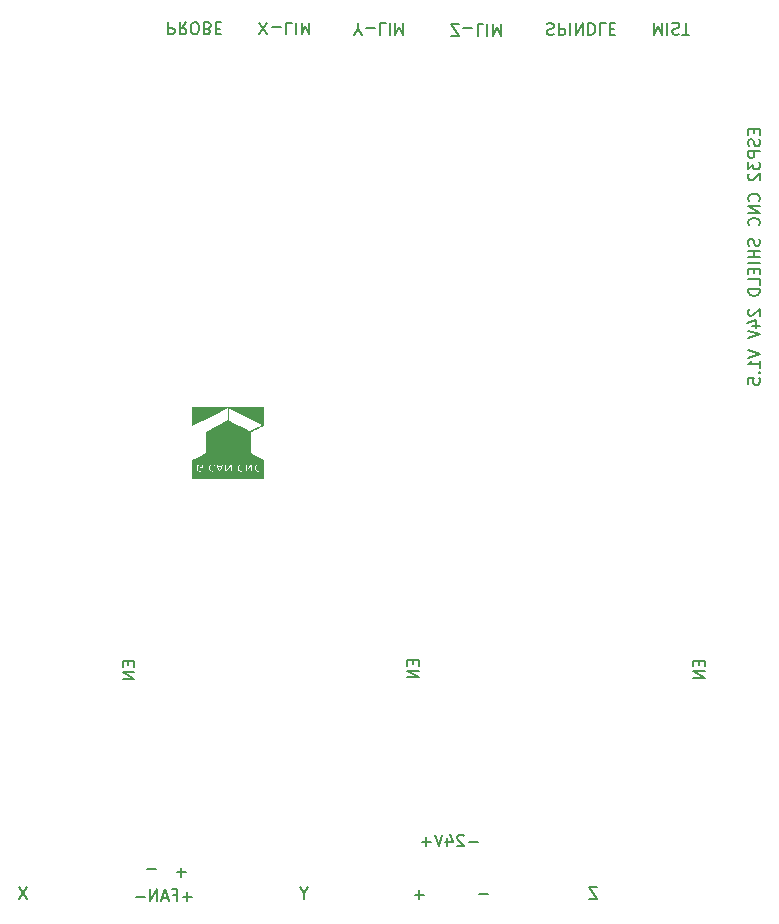
<source format=gbr>
%TF.GenerationSoftware,KiCad,Pcbnew,9.0.0*%
%TF.CreationDate,2025-04-21T14:47:56+01:00*%
%TF.ProjectId,ESP32_Cnc_Shield,45535033-325f-4436-9e63-5f536869656c,rev?*%
%TF.SameCoordinates,Original*%
%TF.FileFunction,Legend,Bot*%
%TF.FilePolarity,Positive*%
%FSLAX46Y46*%
G04 Gerber Fmt 4.6, Leading zero omitted, Abs format (unit mm)*
G04 Created by KiCad (PCBNEW 9.0.0) date 2025-04-21 14:47:56*
%MOMM*%
%LPD*%
G01*
G04 APERTURE LIST*
%ADD10C,0.150000*%
%ADD11C,0.010000*%
G04 APERTURE END LIST*
D10*
X118786009Y-129196779D02*
X118786009Y-129530112D01*
X119309819Y-129672969D02*
X119309819Y-129196779D01*
X119309819Y-129196779D02*
X118309819Y-129196779D01*
X118309819Y-129196779D02*
X118309819Y-129672969D01*
X119309819Y-130101541D02*
X118309819Y-130101541D01*
X118309819Y-130101541D02*
X119309819Y-130672969D01*
X119309819Y-130672969D02*
X118309819Y-130672969D01*
X75833220Y-149178866D02*
X75071316Y-149178866D01*
X75452268Y-149559819D02*
X75452268Y-148797914D01*
X74261792Y-149036009D02*
X74595125Y-149036009D01*
X74595125Y-149559819D02*
X74595125Y-148559819D01*
X74595125Y-148559819D02*
X74118935Y-148559819D01*
X73785601Y-149274104D02*
X73309411Y-149274104D01*
X73880839Y-149559819D02*
X73547506Y-148559819D01*
X73547506Y-148559819D02*
X73214173Y-149559819D01*
X72880839Y-149559819D02*
X72880839Y-148559819D01*
X72880839Y-148559819D02*
X72309411Y-149559819D01*
X72309411Y-149559819D02*
X72309411Y-148559819D01*
X71833220Y-149178866D02*
X71071316Y-149178866D01*
X61908458Y-148359819D02*
X61241792Y-149359819D01*
X61241792Y-148359819D02*
X61908458Y-149359819D01*
X97751541Y-76290180D02*
X98418207Y-76290180D01*
X98418207Y-76290180D02*
X97751541Y-75290180D01*
X97751541Y-75290180D02*
X98418207Y-75290180D01*
X98799160Y-75671133D02*
X99561065Y-75671133D01*
X100513445Y-75290180D02*
X100037255Y-75290180D01*
X100037255Y-75290180D02*
X100037255Y-76290180D01*
X100846779Y-75290180D02*
X100846779Y-76290180D01*
X101322969Y-75290180D02*
X101322969Y-76290180D01*
X101322969Y-76290180D02*
X101656302Y-75575895D01*
X101656302Y-75575895D02*
X101989635Y-76290180D01*
X101989635Y-76290180D02*
X101989635Y-75290180D01*
X81551541Y-76180180D02*
X82218207Y-75180180D01*
X82218207Y-76180180D02*
X81551541Y-75180180D01*
X82599160Y-75561133D02*
X83361065Y-75561133D01*
X84313445Y-75180180D02*
X83837255Y-75180180D01*
X83837255Y-75180180D02*
X83837255Y-76180180D01*
X84646779Y-75180180D02*
X84646779Y-76180180D01*
X85122969Y-75180180D02*
X85122969Y-76180180D01*
X85122969Y-76180180D02*
X85456302Y-75465895D01*
X85456302Y-75465895D02*
X85789635Y-76180180D01*
X85789635Y-76180180D02*
X85789635Y-75180180D01*
X89887255Y-75716371D02*
X89887255Y-75240180D01*
X89553922Y-76240180D02*
X89887255Y-75716371D01*
X89887255Y-75716371D02*
X90220588Y-76240180D01*
X90553922Y-75621133D02*
X91315827Y-75621133D01*
X92268207Y-75240180D02*
X91792017Y-75240180D01*
X91792017Y-75240180D02*
X91792017Y-76240180D01*
X92601541Y-75240180D02*
X92601541Y-76240180D01*
X93077731Y-75240180D02*
X93077731Y-76240180D01*
X93077731Y-76240180D02*
X93411064Y-75525895D01*
X93411064Y-75525895D02*
X93744397Y-76240180D01*
X93744397Y-76240180D02*
X93744397Y-75240180D01*
X95493220Y-149018866D02*
X94731316Y-149018866D01*
X95112268Y-149399819D02*
X95112268Y-148637914D01*
X123406009Y-84206779D02*
X123406009Y-84540112D01*
X123929819Y-84682969D02*
X123929819Y-84206779D01*
X123929819Y-84206779D02*
X122929819Y-84206779D01*
X122929819Y-84206779D02*
X122929819Y-84682969D01*
X123882200Y-85063922D02*
X123929819Y-85206779D01*
X123929819Y-85206779D02*
X123929819Y-85444874D01*
X123929819Y-85444874D02*
X123882200Y-85540112D01*
X123882200Y-85540112D02*
X123834580Y-85587731D01*
X123834580Y-85587731D02*
X123739342Y-85635350D01*
X123739342Y-85635350D02*
X123644104Y-85635350D01*
X123644104Y-85635350D02*
X123548866Y-85587731D01*
X123548866Y-85587731D02*
X123501247Y-85540112D01*
X123501247Y-85540112D02*
X123453628Y-85444874D01*
X123453628Y-85444874D02*
X123406009Y-85254398D01*
X123406009Y-85254398D02*
X123358390Y-85159160D01*
X123358390Y-85159160D02*
X123310771Y-85111541D01*
X123310771Y-85111541D02*
X123215533Y-85063922D01*
X123215533Y-85063922D02*
X123120295Y-85063922D01*
X123120295Y-85063922D02*
X123025057Y-85111541D01*
X123025057Y-85111541D02*
X122977438Y-85159160D01*
X122977438Y-85159160D02*
X122929819Y-85254398D01*
X122929819Y-85254398D02*
X122929819Y-85492493D01*
X122929819Y-85492493D02*
X122977438Y-85635350D01*
X123929819Y-86063922D02*
X122929819Y-86063922D01*
X122929819Y-86063922D02*
X122929819Y-86444874D01*
X122929819Y-86444874D02*
X122977438Y-86540112D01*
X122977438Y-86540112D02*
X123025057Y-86587731D01*
X123025057Y-86587731D02*
X123120295Y-86635350D01*
X123120295Y-86635350D02*
X123263152Y-86635350D01*
X123263152Y-86635350D02*
X123358390Y-86587731D01*
X123358390Y-86587731D02*
X123406009Y-86540112D01*
X123406009Y-86540112D02*
X123453628Y-86444874D01*
X123453628Y-86444874D02*
X123453628Y-86063922D01*
X122929819Y-86968684D02*
X122929819Y-87587731D01*
X122929819Y-87587731D02*
X123310771Y-87254398D01*
X123310771Y-87254398D02*
X123310771Y-87397255D01*
X123310771Y-87397255D02*
X123358390Y-87492493D01*
X123358390Y-87492493D02*
X123406009Y-87540112D01*
X123406009Y-87540112D02*
X123501247Y-87587731D01*
X123501247Y-87587731D02*
X123739342Y-87587731D01*
X123739342Y-87587731D02*
X123834580Y-87540112D01*
X123834580Y-87540112D02*
X123882200Y-87492493D01*
X123882200Y-87492493D02*
X123929819Y-87397255D01*
X123929819Y-87397255D02*
X123929819Y-87111541D01*
X123929819Y-87111541D02*
X123882200Y-87016303D01*
X123882200Y-87016303D02*
X123834580Y-86968684D01*
X123025057Y-87968684D02*
X122977438Y-88016303D01*
X122977438Y-88016303D02*
X122929819Y-88111541D01*
X122929819Y-88111541D02*
X122929819Y-88349636D01*
X122929819Y-88349636D02*
X122977438Y-88444874D01*
X122977438Y-88444874D02*
X123025057Y-88492493D01*
X123025057Y-88492493D02*
X123120295Y-88540112D01*
X123120295Y-88540112D02*
X123215533Y-88540112D01*
X123215533Y-88540112D02*
X123358390Y-88492493D01*
X123358390Y-88492493D02*
X123929819Y-87921065D01*
X123929819Y-87921065D02*
X123929819Y-88540112D01*
X123834580Y-90302017D02*
X123882200Y-90254398D01*
X123882200Y-90254398D02*
X123929819Y-90111541D01*
X123929819Y-90111541D02*
X123929819Y-90016303D01*
X123929819Y-90016303D02*
X123882200Y-89873446D01*
X123882200Y-89873446D02*
X123786961Y-89778208D01*
X123786961Y-89778208D02*
X123691723Y-89730589D01*
X123691723Y-89730589D02*
X123501247Y-89682970D01*
X123501247Y-89682970D02*
X123358390Y-89682970D01*
X123358390Y-89682970D02*
X123167914Y-89730589D01*
X123167914Y-89730589D02*
X123072676Y-89778208D01*
X123072676Y-89778208D02*
X122977438Y-89873446D01*
X122977438Y-89873446D02*
X122929819Y-90016303D01*
X122929819Y-90016303D02*
X122929819Y-90111541D01*
X122929819Y-90111541D02*
X122977438Y-90254398D01*
X122977438Y-90254398D02*
X123025057Y-90302017D01*
X123929819Y-90730589D02*
X122929819Y-90730589D01*
X122929819Y-90730589D02*
X123929819Y-91302017D01*
X123929819Y-91302017D02*
X122929819Y-91302017D01*
X123834580Y-92349636D02*
X123882200Y-92302017D01*
X123882200Y-92302017D02*
X123929819Y-92159160D01*
X123929819Y-92159160D02*
X123929819Y-92063922D01*
X123929819Y-92063922D02*
X123882200Y-91921065D01*
X123882200Y-91921065D02*
X123786961Y-91825827D01*
X123786961Y-91825827D02*
X123691723Y-91778208D01*
X123691723Y-91778208D02*
X123501247Y-91730589D01*
X123501247Y-91730589D02*
X123358390Y-91730589D01*
X123358390Y-91730589D02*
X123167914Y-91778208D01*
X123167914Y-91778208D02*
X123072676Y-91825827D01*
X123072676Y-91825827D02*
X122977438Y-91921065D01*
X122977438Y-91921065D02*
X122929819Y-92063922D01*
X122929819Y-92063922D02*
X122929819Y-92159160D01*
X122929819Y-92159160D02*
X122977438Y-92302017D01*
X122977438Y-92302017D02*
X123025057Y-92349636D01*
X123882200Y-93492494D02*
X123929819Y-93635351D01*
X123929819Y-93635351D02*
X123929819Y-93873446D01*
X123929819Y-93873446D02*
X123882200Y-93968684D01*
X123882200Y-93968684D02*
X123834580Y-94016303D01*
X123834580Y-94016303D02*
X123739342Y-94063922D01*
X123739342Y-94063922D02*
X123644104Y-94063922D01*
X123644104Y-94063922D02*
X123548866Y-94016303D01*
X123548866Y-94016303D02*
X123501247Y-93968684D01*
X123501247Y-93968684D02*
X123453628Y-93873446D01*
X123453628Y-93873446D02*
X123406009Y-93682970D01*
X123406009Y-93682970D02*
X123358390Y-93587732D01*
X123358390Y-93587732D02*
X123310771Y-93540113D01*
X123310771Y-93540113D02*
X123215533Y-93492494D01*
X123215533Y-93492494D02*
X123120295Y-93492494D01*
X123120295Y-93492494D02*
X123025057Y-93540113D01*
X123025057Y-93540113D02*
X122977438Y-93587732D01*
X122977438Y-93587732D02*
X122929819Y-93682970D01*
X122929819Y-93682970D02*
X122929819Y-93921065D01*
X122929819Y-93921065D02*
X122977438Y-94063922D01*
X123929819Y-94492494D02*
X122929819Y-94492494D01*
X123406009Y-94492494D02*
X123406009Y-95063922D01*
X123929819Y-95063922D02*
X122929819Y-95063922D01*
X123929819Y-95540113D02*
X122929819Y-95540113D01*
X123406009Y-96016303D02*
X123406009Y-96349636D01*
X123929819Y-96492493D02*
X123929819Y-96016303D01*
X123929819Y-96016303D02*
X122929819Y-96016303D01*
X122929819Y-96016303D02*
X122929819Y-96492493D01*
X123929819Y-97397255D02*
X123929819Y-96921065D01*
X123929819Y-96921065D02*
X122929819Y-96921065D01*
X123929819Y-97730589D02*
X122929819Y-97730589D01*
X122929819Y-97730589D02*
X122929819Y-97968684D01*
X122929819Y-97968684D02*
X122977438Y-98111541D01*
X122977438Y-98111541D02*
X123072676Y-98206779D01*
X123072676Y-98206779D02*
X123167914Y-98254398D01*
X123167914Y-98254398D02*
X123358390Y-98302017D01*
X123358390Y-98302017D02*
X123501247Y-98302017D01*
X123501247Y-98302017D02*
X123691723Y-98254398D01*
X123691723Y-98254398D02*
X123786961Y-98206779D01*
X123786961Y-98206779D02*
X123882200Y-98111541D01*
X123882200Y-98111541D02*
X123929819Y-97968684D01*
X123929819Y-97968684D02*
X123929819Y-97730589D01*
X123025057Y-99444875D02*
X122977438Y-99492494D01*
X122977438Y-99492494D02*
X122929819Y-99587732D01*
X122929819Y-99587732D02*
X122929819Y-99825827D01*
X122929819Y-99825827D02*
X122977438Y-99921065D01*
X122977438Y-99921065D02*
X123025057Y-99968684D01*
X123025057Y-99968684D02*
X123120295Y-100016303D01*
X123120295Y-100016303D02*
X123215533Y-100016303D01*
X123215533Y-100016303D02*
X123358390Y-99968684D01*
X123358390Y-99968684D02*
X123929819Y-99397256D01*
X123929819Y-99397256D02*
X123929819Y-100016303D01*
X123263152Y-100873446D02*
X123929819Y-100873446D01*
X122882200Y-100635351D02*
X123596485Y-100397256D01*
X123596485Y-100397256D02*
X123596485Y-101016303D01*
X122929819Y-101254399D02*
X123929819Y-101587732D01*
X123929819Y-101587732D02*
X122929819Y-101921065D01*
X122929819Y-102873447D02*
X123929819Y-103206780D01*
X123929819Y-103206780D02*
X122929819Y-103540113D01*
X123929819Y-104397256D02*
X123929819Y-103825828D01*
X123929819Y-104111542D02*
X122929819Y-104111542D01*
X122929819Y-104111542D02*
X123072676Y-104016304D01*
X123072676Y-104016304D02*
X123167914Y-103921066D01*
X123167914Y-103921066D02*
X123215533Y-103825828D01*
X123834580Y-104825828D02*
X123882200Y-104873447D01*
X123882200Y-104873447D02*
X123929819Y-104825828D01*
X123929819Y-104825828D02*
X123882200Y-104778209D01*
X123882200Y-104778209D02*
X123834580Y-104825828D01*
X123834580Y-104825828D02*
X123929819Y-104825828D01*
X122929819Y-105778208D02*
X122929819Y-105302018D01*
X122929819Y-105302018D02*
X123406009Y-105254399D01*
X123406009Y-105254399D02*
X123358390Y-105302018D01*
X123358390Y-105302018D02*
X123310771Y-105397256D01*
X123310771Y-105397256D02*
X123310771Y-105635351D01*
X123310771Y-105635351D02*
X123358390Y-105730589D01*
X123358390Y-105730589D02*
X123406009Y-105778208D01*
X123406009Y-105778208D02*
X123501247Y-105825827D01*
X123501247Y-105825827D02*
X123739342Y-105825827D01*
X123739342Y-105825827D02*
X123834580Y-105778208D01*
X123834580Y-105778208D02*
X123882200Y-105730589D01*
X123882200Y-105730589D02*
X123929819Y-105635351D01*
X123929819Y-105635351D02*
X123929819Y-105397256D01*
X123929819Y-105397256D02*
X123882200Y-105302018D01*
X123882200Y-105302018D02*
X123834580Y-105254399D01*
X85362744Y-148903628D02*
X85362744Y-149379819D01*
X85696077Y-148379819D02*
X85362744Y-148903628D01*
X85362744Y-148903628D02*
X85029411Y-148379819D01*
X110168458Y-148399819D02*
X109501792Y-148399819D01*
X109501792Y-148399819D02*
X110168458Y-149399819D01*
X110168458Y-149399819D02*
X109501792Y-149399819D01*
X100883220Y-148988866D02*
X100121316Y-148988866D01*
X100058220Y-144541366D02*
X99296316Y-144541366D01*
X98867744Y-144017557D02*
X98820125Y-143969938D01*
X98820125Y-143969938D02*
X98724887Y-143922319D01*
X98724887Y-143922319D02*
X98486792Y-143922319D01*
X98486792Y-143922319D02*
X98391554Y-143969938D01*
X98391554Y-143969938D02*
X98343935Y-144017557D01*
X98343935Y-144017557D02*
X98296316Y-144112795D01*
X98296316Y-144112795D02*
X98296316Y-144208033D01*
X98296316Y-144208033D02*
X98343935Y-144350890D01*
X98343935Y-144350890D02*
X98915363Y-144922319D01*
X98915363Y-144922319D02*
X98296316Y-144922319D01*
X97439173Y-144255652D02*
X97439173Y-144922319D01*
X97677268Y-143874700D02*
X97915363Y-144588985D01*
X97915363Y-144588985D02*
X97296316Y-144588985D01*
X97058220Y-143922319D02*
X96724887Y-144922319D01*
X96724887Y-144922319D02*
X96391554Y-143922319D01*
X96058220Y-144541366D02*
X95296316Y-144541366D01*
X95677268Y-144922319D02*
X95677268Y-144160414D01*
X75313220Y-147108866D02*
X74551316Y-147108866D01*
X74932268Y-147489819D02*
X74932268Y-146727914D01*
X70446009Y-129246779D02*
X70446009Y-129580112D01*
X70969819Y-129722969D02*
X70969819Y-129246779D01*
X70969819Y-129246779D02*
X69969819Y-129246779D01*
X69969819Y-129246779D02*
X69969819Y-129722969D01*
X70969819Y-130151541D02*
X69969819Y-130151541D01*
X69969819Y-130151541D02*
X70969819Y-130722969D01*
X70969819Y-130722969D02*
X69969819Y-130722969D01*
X73806779Y-75160180D02*
X73806779Y-76160180D01*
X73806779Y-76160180D02*
X74187731Y-76160180D01*
X74187731Y-76160180D02*
X74282969Y-76112561D01*
X74282969Y-76112561D02*
X74330588Y-76064942D01*
X74330588Y-76064942D02*
X74378207Y-75969704D01*
X74378207Y-75969704D02*
X74378207Y-75826847D01*
X74378207Y-75826847D02*
X74330588Y-75731609D01*
X74330588Y-75731609D02*
X74282969Y-75683990D01*
X74282969Y-75683990D02*
X74187731Y-75636371D01*
X74187731Y-75636371D02*
X73806779Y-75636371D01*
X75378207Y-75160180D02*
X75044874Y-75636371D01*
X74806779Y-75160180D02*
X74806779Y-76160180D01*
X74806779Y-76160180D02*
X75187731Y-76160180D01*
X75187731Y-76160180D02*
X75282969Y-76112561D01*
X75282969Y-76112561D02*
X75330588Y-76064942D01*
X75330588Y-76064942D02*
X75378207Y-75969704D01*
X75378207Y-75969704D02*
X75378207Y-75826847D01*
X75378207Y-75826847D02*
X75330588Y-75731609D01*
X75330588Y-75731609D02*
X75282969Y-75683990D01*
X75282969Y-75683990D02*
X75187731Y-75636371D01*
X75187731Y-75636371D02*
X74806779Y-75636371D01*
X75997255Y-76160180D02*
X76187731Y-76160180D01*
X76187731Y-76160180D02*
X76282969Y-76112561D01*
X76282969Y-76112561D02*
X76378207Y-76017323D01*
X76378207Y-76017323D02*
X76425826Y-75826847D01*
X76425826Y-75826847D02*
X76425826Y-75493514D01*
X76425826Y-75493514D02*
X76378207Y-75303038D01*
X76378207Y-75303038D02*
X76282969Y-75207800D01*
X76282969Y-75207800D02*
X76187731Y-75160180D01*
X76187731Y-75160180D02*
X75997255Y-75160180D01*
X75997255Y-75160180D02*
X75902017Y-75207800D01*
X75902017Y-75207800D02*
X75806779Y-75303038D01*
X75806779Y-75303038D02*
X75759160Y-75493514D01*
X75759160Y-75493514D02*
X75759160Y-75826847D01*
X75759160Y-75826847D02*
X75806779Y-76017323D01*
X75806779Y-76017323D02*
X75902017Y-76112561D01*
X75902017Y-76112561D02*
X75997255Y-76160180D01*
X77187731Y-75683990D02*
X77330588Y-75636371D01*
X77330588Y-75636371D02*
X77378207Y-75588752D01*
X77378207Y-75588752D02*
X77425826Y-75493514D01*
X77425826Y-75493514D02*
X77425826Y-75350657D01*
X77425826Y-75350657D02*
X77378207Y-75255419D01*
X77378207Y-75255419D02*
X77330588Y-75207800D01*
X77330588Y-75207800D02*
X77235350Y-75160180D01*
X77235350Y-75160180D02*
X76854398Y-75160180D01*
X76854398Y-75160180D02*
X76854398Y-76160180D01*
X76854398Y-76160180D02*
X77187731Y-76160180D01*
X77187731Y-76160180D02*
X77282969Y-76112561D01*
X77282969Y-76112561D02*
X77330588Y-76064942D01*
X77330588Y-76064942D02*
X77378207Y-75969704D01*
X77378207Y-75969704D02*
X77378207Y-75874466D01*
X77378207Y-75874466D02*
X77330588Y-75779228D01*
X77330588Y-75779228D02*
X77282969Y-75731609D01*
X77282969Y-75731609D02*
X77187731Y-75683990D01*
X77187731Y-75683990D02*
X76854398Y-75683990D01*
X77854398Y-75683990D02*
X78187731Y-75683990D01*
X78330588Y-75160180D02*
X77854398Y-75160180D01*
X77854398Y-75160180D02*
X77854398Y-76160180D01*
X77854398Y-76160180D02*
X78330588Y-76160180D01*
X72803220Y-146828866D02*
X72041316Y-146828866D01*
X114946779Y-75190180D02*
X114946779Y-76190180D01*
X114946779Y-76190180D02*
X115280112Y-75475895D01*
X115280112Y-75475895D02*
X115613445Y-76190180D01*
X115613445Y-76190180D02*
X115613445Y-75190180D01*
X116089636Y-75190180D02*
X116089636Y-76190180D01*
X116518207Y-75237800D02*
X116661064Y-75190180D01*
X116661064Y-75190180D02*
X116899159Y-75190180D01*
X116899159Y-75190180D02*
X116994397Y-75237800D01*
X116994397Y-75237800D02*
X117042016Y-75285419D01*
X117042016Y-75285419D02*
X117089635Y-75380657D01*
X117089635Y-75380657D02*
X117089635Y-75475895D01*
X117089635Y-75475895D02*
X117042016Y-75571133D01*
X117042016Y-75571133D02*
X116994397Y-75618752D01*
X116994397Y-75618752D02*
X116899159Y-75666371D01*
X116899159Y-75666371D02*
X116708683Y-75713990D01*
X116708683Y-75713990D02*
X116613445Y-75761609D01*
X116613445Y-75761609D02*
X116565826Y-75809228D01*
X116565826Y-75809228D02*
X116518207Y-75904466D01*
X116518207Y-75904466D02*
X116518207Y-75999704D01*
X116518207Y-75999704D02*
X116565826Y-76094942D01*
X116565826Y-76094942D02*
X116613445Y-76142561D01*
X116613445Y-76142561D02*
X116708683Y-76190180D01*
X116708683Y-76190180D02*
X116946778Y-76190180D01*
X116946778Y-76190180D02*
X117089635Y-76142561D01*
X117375350Y-76190180D02*
X117946778Y-76190180D01*
X117661064Y-75190180D02*
X117661064Y-76190180D01*
X94556009Y-129136779D02*
X94556009Y-129470112D01*
X95079819Y-129612969D02*
X95079819Y-129136779D01*
X95079819Y-129136779D02*
X94079819Y-129136779D01*
X94079819Y-129136779D02*
X94079819Y-129612969D01*
X95079819Y-130041541D02*
X94079819Y-130041541D01*
X94079819Y-130041541D02*
X95079819Y-130612969D01*
X95079819Y-130612969D02*
X94079819Y-130612969D01*
X105889160Y-75277800D02*
X106032017Y-75230180D01*
X106032017Y-75230180D02*
X106270112Y-75230180D01*
X106270112Y-75230180D02*
X106365350Y-75277800D01*
X106365350Y-75277800D02*
X106412969Y-75325419D01*
X106412969Y-75325419D02*
X106460588Y-75420657D01*
X106460588Y-75420657D02*
X106460588Y-75515895D01*
X106460588Y-75515895D02*
X106412969Y-75611133D01*
X106412969Y-75611133D02*
X106365350Y-75658752D01*
X106365350Y-75658752D02*
X106270112Y-75706371D01*
X106270112Y-75706371D02*
X106079636Y-75753990D01*
X106079636Y-75753990D02*
X105984398Y-75801609D01*
X105984398Y-75801609D02*
X105936779Y-75849228D01*
X105936779Y-75849228D02*
X105889160Y-75944466D01*
X105889160Y-75944466D02*
X105889160Y-76039704D01*
X105889160Y-76039704D02*
X105936779Y-76134942D01*
X105936779Y-76134942D02*
X105984398Y-76182561D01*
X105984398Y-76182561D02*
X106079636Y-76230180D01*
X106079636Y-76230180D02*
X106317731Y-76230180D01*
X106317731Y-76230180D02*
X106460588Y-76182561D01*
X106889160Y-75230180D02*
X106889160Y-76230180D01*
X106889160Y-76230180D02*
X107270112Y-76230180D01*
X107270112Y-76230180D02*
X107365350Y-76182561D01*
X107365350Y-76182561D02*
X107412969Y-76134942D01*
X107412969Y-76134942D02*
X107460588Y-76039704D01*
X107460588Y-76039704D02*
X107460588Y-75896847D01*
X107460588Y-75896847D02*
X107412969Y-75801609D01*
X107412969Y-75801609D02*
X107365350Y-75753990D01*
X107365350Y-75753990D02*
X107270112Y-75706371D01*
X107270112Y-75706371D02*
X106889160Y-75706371D01*
X107889160Y-75230180D02*
X107889160Y-76230180D01*
X108365350Y-75230180D02*
X108365350Y-76230180D01*
X108365350Y-76230180D02*
X108936778Y-75230180D01*
X108936778Y-75230180D02*
X108936778Y-76230180D01*
X109412969Y-75230180D02*
X109412969Y-76230180D01*
X109412969Y-76230180D02*
X109651064Y-76230180D01*
X109651064Y-76230180D02*
X109793921Y-76182561D01*
X109793921Y-76182561D02*
X109889159Y-76087323D01*
X109889159Y-76087323D02*
X109936778Y-75992085D01*
X109936778Y-75992085D02*
X109984397Y-75801609D01*
X109984397Y-75801609D02*
X109984397Y-75658752D01*
X109984397Y-75658752D02*
X109936778Y-75468276D01*
X109936778Y-75468276D02*
X109889159Y-75373038D01*
X109889159Y-75373038D02*
X109793921Y-75277800D01*
X109793921Y-75277800D02*
X109651064Y-75230180D01*
X109651064Y-75230180D02*
X109412969Y-75230180D01*
X110889159Y-75230180D02*
X110412969Y-75230180D01*
X110412969Y-75230180D02*
X110412969Y-76230180D01*
X111222493Y-75753990D02*
X111555826Y-75753990D01*
X111698683Y-75230180D02*
X111222493Y-75230180D01*
X111222493Y-75230180D02*
X111222493Y-76230180D01*
X111222493Y-76230180D02*
X111698683Y-76230180D01*
D11*
%TO.C,G\u002A\u002A\u002A*%
X78191223Y-112785672D02*
X78219452Y-112789701D01*
X78230232Y-112795377D01*
X78229266Y-112800582D01*
X78222078Y-112824891D01*
X78209408Y-112862978D01*
X78193083Y-112909240D01*
X78155934Y-113011907D01*
X78122724Y-112920818D01*
X78118732Y-112909846D01*
X78102612Y-112865129D01*
X78089628Y-112828480D01*
X78082287Y-112806955D01*
X78081917Y-112805764D01*
X78080603Y-112794042D01*
X78088824Y-112787550D01*
X78111273Y-112784769D01*
X78152645Y-112784180D01*
X78191223Y-112785672D01*
G36*
X78191223Y-112785672D02*
G01*
X78219452Y-112789701D01*
X78230232Y-112795377D01*
X78229266Y-112800582D01*
X78222078Y-112824891D01*
X78209408Y-112862978D01*
X78193083Y-112909240D01*
X78155934Y-113011907D01*
X78122724Y-112920818D01*
X78118732Y-112909846D01*
X78102612Y-112865129D01*
X78089628Y-112828480D01*
X78082287Y-112806955D01*
X78081917Y-112805764D01*
X78080603Y-112794042D01*
X78088824Y-112787550D01*
X78111273Y-112784769D01*
X78152645Y-112784180D01*
X78191223Y-112785672D01*
G37*
X81904372Y-109215057D02*
X81694674Y-109321261D01*
X81667891Y-109334830D01*
X81596388Y-109371078D01*
X81510440Y-109414674D01*
X81414578Y-109463317D01*
X81313335Y-109514708D01*
X81211243Y-109566546D01*
X81112837Y-109616532D01*
X80740697Y-109805598D01*
X80737672Y-110727799D01*
X80734646Y-111650000D01*
X81904372Y-112234720D01*
X81904372Y-113752924D01*
X75855455Y-113752924D01*
X75858494Y-112995261D01*
X75858910Y-112891696D01*
X76158243Y-112891696D01*
X76164533Y-112952117D01*
X76177208Y-112998480D01*
X76182512Y-113009799D01*
X76223771Y-113071060D01*
X76279783Y-113124643D01*
X76343052Y-113163111D01*
X76397683Y-113179864D01*
X76470529Y-113189633D01*
X76549698Y-113190643D01*
X76627043Y-113182824D01*
X76694418Y-113166106D01*
X76759395Y-113143034D01*
X76766391Y-112984620D01*
X76686102Y-113027281D01*
X76674946Y-113033172D01*
X76634428Y-113052914D01*
X76602537Y-113063361D01*
X76569726Y-113066797D01*
X76526447Y-113065510D01*
X76490414Y-113062208D01*
X76437935Y-113048883D01*
X76396456Y-113022906D01*
X76358450Y-112980468D01*
X76347394Y-112962644D01*
X76339199Y-112937520D01*
X76335168Y-112901862D01*
X76334093Y-112849157D01*
X76334837Y-112803367D01*
X76338329Y-112765485D01*
X76345797Y-112739150D01*
X76358450Y-112717846D01*
X76374724Y-112697529D01*
X76414470Y-112661957D01*
X76461442Y-112641665D01*
X76523243Y-112632728D01*
X76599907Y-112627846D01*
X76599907Y-112760552D01*
X76469953Y-112760552D01*
X76469953Y-112890506D01*
X76761865Y-112890506D01*
X76762268Y-112882753D01*
X77194451Y-112882753D01*
X77197195Y-112908345D01*
X77218357Y-112997054D01*
X77256604Y-113069720D01*
X77312390Y-113127022D01*
X77386170Y-113169641D01*
X77426780Y-113181386D01*
X77488716Y-113188850D01*
X77558505Y-113189482D01*
X77628173Y-113183268D01*
X77689744Y-113170194D01*
X77757674Y-113149753D01*
X77757674Y-113067385D01*
X77757671Y-113064381D01*
X77756912Y-113024283D01*
X77755081Y-112995832D01*
X77752552Y-112985018D01*
X77743201Y-112989363D01*
X77718840Y-113003267D01*
X77685665Y-113023413D01*
X77675379Y-113029701D01*
X77636004Y-113049971D01*
X77599115Y-113059433D01*
X77551973Y-113061740D01*
X77519219Y-113060675D01*
X77478108Y-113053514D01*
X77447729Y-113038113D01*
X77436342Y-113028812D01*
X77400200Y-112982264D01*
X77376393Y-112922138D01*
X77367814Y-112855064D01*
X77375881Y-112786731D01*
X77401133Y-112726333D01*
X77440833Y-112681591D01*
X77492185Y-112653960D01*
X77552393Y-112644895D01*
X77618662Y-112655853D01*
X77688194Y-112688287D01*
X77714787Y-112704491D01*
X77740581Y-112719371D01*
X77752552Y-112725111D01*
X77752672Y-112725089D01*
X77755196Y-112713398D01*
X77756991Y-112684381D01*
X77757674Y-112644075D01*
X77757674Y-112563039D01*
X77680635Y-112537749D01*
X77671022Y-112534942D01*
X77818713Y-112534942D01*
X77819150Y-112536128D01*
X77825790Y-112554134D01*
X77839300Y-112590780D01*
X77858619Y-112643181D01*
X77882682Y-112708453D01*
X77910427Y-112783713D01*
X77940790Y-112866076D01*
X78058930Y-113186542D01*
X78079749Y-113185855D01*
X78158839Y-113183245D01*
X78258749Y-113179948D01*
X78350589Y-112931855D01*
X78359116Y-112908821D01*
X78387820Y-112831281D01*
X78415190Y-112757341D01*
X78439509Y-112691642D01*
X78459059Y-112638823D01*
X78472125Y-112603522D01*
X78501453Y-112524273D01*
X78596465Y-112524273D01*
X78596465Y-113185855D01*
X78699837Y-113185823D01*
X78803209Y-113185792D01*
X78914821Y-113007869D01*
X78946909Y-112957100D01*
X78980145Y-112905397D01*
X79007523Y-112863771D01*
X79026845Y-112835556D01*
X79035914Y-112824087D01*
X79037897Y-112826934D01*
X79040871Y-112848326D01*
X79043248Y-112887202D01*
X79044824Y-112939721D01*
X79045395Y-113002041D01*
X79045395Y-113185855D01*
X79198976Y-113185855D01*
X79198976Y-112883661D01*
X79638731Y-112883661D01*
X79641612Y-112913245D01*
X79663184Y-113000697D01*
X79702573Y-113073542D01*
X79758706Y-113130589D01*
X79830508Y-113170645D01*
X79916906Y-113192516D01*
X79947352Y-113194608D01*
X80006064Y-113192247D01*
X80068810Y-113184014D01*
X80126392Y-113171261D01*
X80169613Y-113155341D01*
X80172204Y-113153989D01*
X80189331Y-113142913D01*
X80198607Y-113128261D01*
X80202422Y-113103352D01*
X80203162Y-113061505D01*
X80202499Y-113023981D01*
X80200654Y-112995794D01*
X80198040Y-112985018D01*
X80189705Y-112988798D01*
X80166141Y-113002160D01*
X80133682Y-113021841D01*
X80111660Y-113034383D01*
X80044906Y-113059198D01*
X79980776Y-113064663D01*
X79922724Y-113051372D01*
X79874207Y-113019923D01*
X79838680Y-112970912D01*
X79833723Y-112959898D01*
X79816861Y-112897695D01*
X79814530Y-112832242D01*
X79825769Y-112769621D01*
X79849617Y-112715912D01*
X79885112Y-112677195D01*
X79903830Y-112665835D01*
X79962294Y-112647627D01*
X80027801Y-112647561D01*
X80094064Y-112665974D01*
X80118918Y-112677503D01*
X80150735Y-112695025D01*
X80168795Y-112708684D01*
X80169880Y-112709977D01*
X80185711Y-112723378D01*
X80195971Y-112718056D01*
X80201506Y-112692440D01*
X80203162Y-112644961D01*
X80203162Y-112564812D01*
X80147046Y-112543502D01*
X80145131Y-112542792D01*
X80103813Y-112531677D01*
X80060525Y-112524273D01*
X80333116Y-112524273D01*
X80333116Y-113186775D01*
X80436025Y-113183361D01*
X80538935Y-113179948D01*
X80776139Y-112808214D01*
X80779385Y-112997034D01*
X80782631Y-113185855D01*
X80935628Y-113185855D01*
X80935628Y-112890728D01*
X81071199Y-112890728D01*
X81084992Y-112967428D01*
X81112847Y-113037932D01*
X81154838Y-113098111D01*
X81211040Y-113143832D01*
X81211222Y-113143939D01*
X81280740Y-113173146D01*
X81361939Y-113189117D01*
X81447167Y-113191625D01*
X81528772Y-113180442D01*
X81599102Y-113155341D01*
X81601693Y-113153989D01*
X81618820Y-113142913D01*
X81628096Y-113128261D01*
X81631910Y-113103352D01*
X81632651Y-113061505D01*
X81631412Y-113025696D01*
X81625861Y-112994277D01*
X81616242Y-112984424D01*
X81602977Y-112997056D01*
X81594535Y-113004736D01*
X81569449Y-113020955D01*
X81535160Y-113039690D01*
X81495741Y-113057217D01*
X81457026Y-113065760D01*
X81411459Y-113065034D01*
X81369590Y-113058187D01*
X81313883Y-113033294D01*
X81274284Y-112991271D01*
X81250638Y-112931925D01*
X81242790Y-112855064D01*
X81245627Y-112806777D01*
X81262994Y-112740405D01*
X81296265Y-112691441D01*
X81345559Y-112659734D01*
X81410998Y-112645132D01*
X81431928Y-112644056D01*
X81484198Y-112649104D01*
X81535925Y-112667694D01*
X81594830Y-112702225D01*
X81633800Y-112728158D01*
X81630272Y-112647216D01*
X81626744Y-112566275D01*
X81567674Y-112544255D01*
X81529514Y-112532348D01*
X81448656Y-112518814D01*
X81365332Y-112517809D01*
X81287154Y-112529149D01*
X81221732Y-112552649D01*
X81210546Y-112558900D01*
X81155151Y-112604605D01*
X81113444Y-112664772D01*
X81085500Y-112735269D01*
X81071394Y-112811965D01*
X81071199Y-112890728D01*
X80935628Y-112890728D01*
X80935628Y-112524273D01*
X80772397Y-112524273D01*
X80632501Y-112750800D01*
X80492604Y-112977327D01*
X80489396Y-112750800D01*
X80486187Y-112524273D01*
X80333116Y-112524273D01*
X80060525Y-112524273D01*
X80050569Y-112522570D01*
X79996418Y-112517381D01*
X79985457Y-112516888D01*
X79905833Y-112518780D01*
X79840927Y-112532696D01*
X79784691Y-112560622D01*
X79731075Y-112604546D01*
X79693589Y-112647445D01*
X79657995Y-112713789D01*
X79640068Y-112791442D01*
X79638731Y-112883661D01*
X79198976Y-112883661D01*
X79198976Y-112524273D01*
X79035729Y-112524273D01*
X78901748Y-112742260D01*
X78885723Y-112768234D01*
X78847330Y-112829631D01*
X78813542Y-112882511D01*
X78786269Y-112923950D01*
X78767420Y-112951027D01*
X78758907Y-112960818D01*
X78756116Y-112949824D01*
X78753684Y-112918865D01*
X78751762Y-112871603D01*
X78750500Y-112811704D01*
X78750046Y-112742831D01*
X78750046Y-112524273D01*
X78596465Y-112524273D01*
X78501453Y-112524273D01*
X78501820Y-112523282D01*
X78410712Y-112526731D01*
X78319605Y-112530180D01*
X78300078Y-112595157D01*
X78280552Y-112660134D01*
X78033366Y-112666800D01*
X78011789Y-112595537D01*
X77990212Y-112524273D01*
X77902493Y-112524273D01*
X77894309Y-112524320D01*
X77854589Y-112526070D01*
X77827571Y-112529842D01*
X77818713Y-112534942D01*
X77671022Y-112534942D01*
X77643965Y-112527041D01*
X77547597Y-112512011D01*
X77458724Y-112516807D01*
X77379340Y-112540015D01*
X77311434Y-112580221D01*
X77257001Y-112636011D01*
X77218031Y-112705972D01*
X77196517Y-112788691D01*
X77194451Y-112882753D01*
X76762268Y-112882753D01*
X76770203Y-112729761D01*
X76771053Y-112712842D01*
X76773495Y-112655897D01*
X76774852Y-112609212D01*
X76775026Y-112577230D01*
X76773917Y-112564393D01*
X76772378Y-112563520D01*
X76754136Y-112557346D01*
X76720353Y-112547650D01*
X76676804Y-112536115D01*
X76676724Y-112536094D01*
X76619483Y-112524227D01*
X76558318Y-112515837D01*
X76506459Y-112512740D01*
X76420674Y-112522518D01*
X76340535Y-112549846D01*
X76270635Y-112592275D01*
X76214999Y-112647358D01*
X76177656Y-112712645D01*
X76177541Y-112712945D01*
X76164760Y-112763423D01*
X76158323Y-112825902D01*
X76158243Y-112891696D01*
X75858910Y-112891696D01*
X75861534Y-112237597D01*
X76443372Y-111942823D01*
X77025209Y-111648049D01*
X77025381Y-109801157D01*
X78876334Y-108869411D01*
X78879425Y-108867855D01*
X78879712Y-108291924D01*
X78879712Y-108291859D01*
X78891814Y-108291859D01*
X78891814Y-108869411D01*
X78939607Y-108896272D01*
X78954084Y-108903697D01*
X78984833Y-108914978D01*
X79005197Y-108916304D01*
X79013713Y-108914402D01*
X79016070Y-108920678D01*
X79018819Y-108924059D01*
X79038950Y-108937150D01*
X79076324Y-108958459D01*
X79128411Y-108986719D01*
X79192680Y-109020661D01*
X79266601Y-109059019D01*
X79347642Y-109100524D01*
X79433271Y-109143910D01*
X79520959Y-109187909D01*
X79608175Y-109231253D01*
X79692386Y-109272674D01*
X79771063Y-109310906D01*
X79841674Y-109344681D01*
X79901689Y-109372730D01*
X79948576Y-109393788D01*
X79979805Y-109406585D01*
X79992844Y-109409855D01*
X79998149Y-109407398D01*
X79998910Y-109413171D01*
X80000196Y-109418557D01*
X80016414Y-109432417D01*
X80044897Y-109449731D01*
X80079495Y-109467444D01*
X80114056Y-109482499D01*
X80142427Y-109491842D01*
X80158459Y-109492417D01*
X80163596Y-109490062D01*
X80164145Y-109496129D01*
X80166925Y-109505895D01*
X80184604Y-109519745D01*
X80210177Y-109532587D01*
X80235657Y-109540515D01*
X80253055Y-109539621D01*
X80258247Y-109537296D01*
X80258255Y-109544035D01*
X80260634Y-109553955D01*
X80277948Y-109567956D01*
X80303401Y-109580771D01*
X80329034Y-109588512D01*
X80346886Y-109587297D01*
X80352650Y-109584657D01*
X80353033Y-109590860D01*
X80352296Y-109592481D01*
X80358345Y-109605020D01*
X80377499Y-109616935D01*
X80400892Y-109624054D01*
X80419652Y-109622204D01*
X80425250Y-109619582D01*
X80424716Y-109623980D01*
X80424978Y-109632477D01*
X80439455Y-109646952D01*
X80462881Y-109661320D01*
X80487730Y-109671159D01*
X80506481Y-109672047D01*
X80514292Y-109670166D01*
X80517103Y-109675701D01*
X80520558Y-109681664D01*
X80540718Y-109696900D01*
X80574944Y-109717934D01*
X80619135Y-109742096D01*
X80727431Y-109798356D01*
X81297033Y-109510315D01*
X81394748Y-109460868D01*
X81503784Y-109405541D01*
X81594497Y-109359239D01*
X81668468Y-109321079D01*
X81727277Y-109290178D01*
X81772503Y-109265653D01*
X81805727Y-109246622D01*
X81828528Y-109232202D01*
X81842487Y-109221509D01*
X81849183Y-109213662D01*
X81850197Y-109207777D01*
X81847109Y-109202972D01*
X81833621Y-109191241D01*
X81821674Y-109185106D01*
X81817715Y-109185199D01*
X81797224Y-109179150D01*
X81771068Y-109167195D01*
X81748550Y-109153955D01*
X81738976Y-109144049D01*
X81738822Y-109142171D01*
X81730116Y-109136478D01*
X81725625Y-109136886D01*
X81704129Y-109131672D01*
X81677210Y-109120367D01*
X81654208Y-109107298D01*
X81644465Y-109096794D01*
X81644311Y-109094915D01*
X81635604Y-109089222D01*
X81631113Y-109089630D01*
X81609618Y-109084416D01*
X81582698Y-109073111D01*
X81559696Y-109060042D01*
X81549953Y-109049538D01*
X81549809Y-109047715D01*
X81541093Y-109041498D01*
X81533542Y-109042015D01*
X81510692Y-109036572D01*
X81488828Y-109025879D01*
X81479069Y-109014733D01*
X81478846Y-109012349D01*
X81470209Y-109006524D01*
X81465718Y-109006933D01*
X81444222Y-109001719D01*
X81417303Y-108990413D01*
X81394301Y-108977344D01*
X81384558Y-108966840D01*
X81384404Y-108964962D01*
X81375697Y-108959268D01*
X81371206Y-108959677D01*
X81349711Y-108954463D01*
X81322791Y-108943158D01*
X81299789Y-108930089D01*
X81290046Y-108919584D01*
X81289892Y-108917706D01*
X81281186Y-108912013D01*
X81276694Y-108912421D01*
X81255199Y-108907207D01*
X81228280Y-108895902D01*
X81205278Y-108882833D01*
X81195534Y-108872328D01*
X81195391Y-108870506D01*
X81186674Y-108864288D01*
X81178612Y-108864642D01*
X81156101Y-108859211D01*
X81134380Y-108849335D01*
X81124651Y-108839493D01*
X81123640Y-108836179D01*
X81109883Y-108829978D01*
X81074667Y-108823631D01*
X81039894Y-108799148D01*
X81025418Y-108785800D01*
X81012806Y-108779697D01*
X81011569Y-108779930D01*
X80992985Y-108776271D01*
X80967627Y-108765645D01*
X80945254Y-108752773D01*
X80935628Y-108742375D01*
X80935473Y-108740497D01*
X80926767Y-108734803D01*
X80922276Y-108735212D01*
X80900780Y-108729998D01*
X80873861Y-108718692D01*
X80850859Y-108705623D01*
X80841116Y-108695119D01*
X80840972Y-108693296D01*
X80832255Y-108687079D01*
X80824705Y-108687597D01*
X80801855Y-108682154D01*
X80779991Y-108671460D01*
X80770232Y-108660314D01*
X80770009Y-108657931D01*
X80761372Y-108652106D01*
X80756880Y-108652514D01*
X80735385Y-108647300D01*
X80708466Y-108635995D01*
X80685464Y-108622926D01*
X80675721Y-108612421D01*
X80675597Y-108610717D01*
X80666860Y-108603440D01*
X80666801Y-108603449D01*
X80629324Y-108599933D01*
X80592574Y-108575459D01*
X80590086Y-108573170D01*
X80570409Y-108557284D01*
X80560305Y-108553055D01*
X80558297Y-108554026D01*
X80541614Y-108550836D01*
X80517612Y-108540646D01*
X80496053Y-108528117D01*
X80486697Y-108517910D01*
X80486554Y-108516087D01*
X80477837Y-108509870D01*
X80470286Y-108510388D01*
X80447437Y-108504944D01*
X80425573Y-108494251D01*
X80415814Y-108483105D01*
X80415590Y-108480721D01*
X80406953Y-108474896D01*
X80402462Y-108475305D01*
X80380966Y-108470091D01*
X80354047Y-108458785D01*
X80331045Y-108445717D01*
X80321302Y-108435212D01*
X80321148Y-108433334D01*
X80312441Y-108427640D01*
X80307950Y-108428049D01*
X80286455Y-108422835D01*
X80259535Y-108411530D01*
X80236533Y-108398461D01*
X80226790Y-108387956D01*
X80226636Y-108386078D01*
X80217930Y-108380385D01*
X80213439Y-108380793D01*
X80191943Y-108375579D01*
X80165024Y-108364274D01*
X80142022Y-108351205D01*
X80132279Y-108340701D01*
X80132135Y-108338878D01*
X80123418Y-108332660D01*
X80116062Y-108333227D01*
X80093084Y-108327792D01*
X80071166Y-108316812D01*
X80061395Y-108305199D01*
X80060487Y-108301268D01*
X80049581Y-108300785D01*
X80045005Y-108302631D01*
X80037767Y-108295575D01*
X80037377Y-108292013D01*
X80028907Y-108285405D01*
X80021356Y-108285922D01*
X79998506Y-108280479D01*
X79976642Y-108269786D01*
X79966883Y-108258640D01*
X79966660Y-108256256D01*
X79958023Y-108250431D01*
X79953532Y-108250839D01*
X79932036Y-108245626D01*
X79905117Y-108234320D01*
X79882115Y-108221251D01*
X79872372Y-108210747D01*
X79872218Y-108208869D01*
X79863511Y-108203175D01*
X79859020Y-108203584D01*
X79837525Y-108198370D01*
X79810605Y-108187065D01*
X79787603Y-108173996D01*
X79777860Y-108163491D01*
X79777716Y-108161668D01*
X79769000Y-108155451D01*
X79761643Y-108156018D01*
X79738666Y-108150582D01*
X79716747Y-108139603D01*
X79706976Y-108127989D01*
X79706069Y-108124059D01*
X79695162Y-108123576D01*
X79690586Y-108125422D01*
X79683348Y-108118366D01*
X79682958Y-108114804D01*
X79674488Y-108108195D01*
X79666937Y-108108713D01*
X79644088Y-108103270D01*
X79622224Y-108092576D01*
X79612465Y-108081431D01*
X79612242Y-108079047D01*
X79603604Y-108073222D01*
X79599113Y-108073630D01*
X79577618Y-108068416D01*
X79550698Y-108057111D01*
X79527696Y-108044042D01*
X79517953Y-108033538D01*
X79517799Y-108031659D01*
X79509093Y-108025966D01*
X79504601Y-108026374D01*
X79483106Y-108021161D01*
X79456187Y-108009855D01*
X79433185Y-107996786D01*
X79423441Y-107986282D01*
X79423287Y-107984404D01*
X79414581Y-107978710D01*
X79410090Y-107979119D01*
X79388594Y-107973905D01*
X79361675Y-107962599D01*
X79338673Y-107949530D01*
X79328930Y-107939026D01*
X79328776Y-107937148D01*
X79320069Y-107931454D01*
X79315578Y-107931863D01*
X79294083Y-107926649D01*
X79267163Y-107915344D01*
X79244161Y-107902275D01*
X79234418Y-107891770D01*
X79234275Y-107889947D01*
X79225558Y-107883730D01*
X79218007Y-107884248D01*
X79195158Y-107878805D01*
X79173294Y-107868111D01*
X79163534Y-107856966D01*
X79163311Y-107854582D01*
X79154674Y-107848757D01*
X79150183Y-107849165D01*
X79128687Y-107843951D01*
X79101768Y-107832646D01*
X79078766Y-107819577D01*
X79069023Y-107809073D01*
X79068869Y-107807194D01*
X79060162Y-107801501D01*
X79055671Y-107801909D01*
X79034176Y-107796695D01*
X79007256Y-107785390D01*
X78984254Y-107772321D01*
X78974511Y-107761817D01*
X78974388Y-107760112D01*
X78965651Y-107752835D01*
X78963145Y-107753127D01*
X78942867Y-107752835D01*
X78931226Y-107748505D01*
X78910378Y-107732871D01*
X78906235Y-107730262D01*
X78902667Y-107732700D01*
X78899735Y-107742155D01*
X78897378Y-107760472D01*
X78895534Y-107789496D01*
X78894142Y-107831073D01*
X78893140Y-107887049D01*
X78892468Y-107959270D01*
X78892063Y-108049581D01*
X78891866Y-108159829D01*
X78891814Y-108291859D01*
X78879712Y-108291859D01*
X78879717Y-108278779D01*
X78879630Y-108165377D01*
X78879322Y-108059744D01*
X78878815Y-107964148D01*
X78878132Y-107880854D01*
X78877294Y-107812126D01*
X78876323Y-107760230D01*
X78875243Y-107727431D01*
X78874074Y-107715994D01*
X78866142Y-107719667D01*
X78838241Y-107733280D01*
X78791406Y-107756373D01*
X78726829Y-107788353D01*
X78645705Y-107828625D01*
X78549227Y-107876595D01*
X78438587Y-107931670D01*
X78314979Y-107993253D01*
X78179595Y-108060753D01*
X78033630Y-108133573D01*
X77878276Y-108211120D01*
X77714727Y-108292800D01*
X77544175Y-108378018D01*
X77367814Y-108466180D01*
X77219292Y-108540428D01*
X77047731Y-108626157D01*
X76882982Y-108708443D01*
X76726237Y-108786691D01*
X76578691Y-108860307D01*
X76441535Y-108928696D01*
X76315964Y-108991266D01*
X76203171Y-109047421D01*
X76104348Y-109096567D01*
X76020689Y-109138110D01*
X75953386Y-109171456D01*
X75903634Y-109196010D01*
X75872625Y-109211178D01*
X75861553Y-109216366D01*
X75861244Y-109215346D01*
X75860231Y-109197265D01*
X75859278Y-109158117D01*
X75858403Y-109099879D01*
X75857619Y-109024528D01*
X75856944Y-108934041D01*
X75856391Y-108830394D01*
X75855977Y-108715567D01*
X75855718Y-108591534D01*
X75855628Y-108460273D01*
X75855628Y-107704180D01*
X81904372Y-107704180D01*
X81904372Y-109215057D01*
G36*
X81904372Y-109215057D02*
G01*
X81694674Y-109321261D01*
X81667891Y-109334830D01*
X81596388Y-109371078D01*
X81510440Y-109414674D01*
X81414578Y-109463317D01*
X81313335Y-109514708D01*
X81211243Y-109566546D01*
X81112837Y-109616532D01*
X80740697Y-109805598D01*
X80737672Y-110727799D01*
X80734646Y-111650000D01*
X81904372Y-112234720D01*
X81904372Y-113752924D01*
X75855455Y-113752924D01*
X75858494Y-112995261D01*
X75858910Y-112891696D01*
X76158243Y-112891696D01*
X76164533Y-112952117D01*
X76177208Y-112998480D01*
X76182512Y-113009799D01*
X76223771Y-113071060D01*
X76279783Y-113124643D01*
X76343052Y-113163111D01*
X76397683Y-113179864D01*
X76470529Y-113189633D01*
X76549698Y-113190643D01*
X76627043Y-113182824D01*
X76694418Y-113166106D01*
X76759395Y-113143034D01*
X76766391Y-112984620D01*
X76686102Y-113027281D01*
X76674946Y-113033172D01*
X76634428Y-113052914D01*
X76602537Y-113063361D01*
X76569726Y-113066797D01*
X76526447Y-113065510D01*
X76490414Y-113062208D01*
X76437935Y-113048883D01*
X76396456Y-113022906D01*
X76358450Y-112980468D01*
X76347394Y-112962644D01*
X76339199Y-112937520D01*
X76335168Y-112901862D01*
X76334093Y-112849157D01*
X76334837Y-112803367D01*
X76338329Y-112765485D01*
X76345797Y-112739150D01*
X76358450Y-112717846D01*
X76374724Y-112697529D01*
X76414470Y-112661957D01*
X76461442Y-112641665D01*
X76523243Y-112632728D01*
X76599907Y-112627846D01*
X76599907Y-112760552D01*
X76469953Y-112760552D01*
X76469953Y-112890506D01*
X76761865Y-112890506D01*
X76762268Y-112882753D01*
X77194451Y-112882753D01*
X77197195Y-112908345D01*
X77218357Y-112997054D01*
X77256604Y-113069720D01*
X77312390Y-113127022D01*
X77386170Y-113169641D01*
X77426780Y-113181386D01*
X77488716Y-113188850D01*
X77558505Y-113189482D01*
X77628173Y-113183268D01*
X77689744Y-113170194D01*
X77757674Y-113149753D01*
X77757674Y-113067385D01*
X77757671Y-113064381D01*
X77756912Y-113024283D01*
X77755081Y-112995832D01*
X77752552Y-112985018D01*
X77743201Y-112989363D01*
X77718840Y-113003267D01*
X77685665Y-113023413D01*
X77675379Y-113029701D01*
X77636004Y-113049971D01*
X77599115Y-113059433D01*
X77551973Y-113061740D01*
X77519219Y-113060675D01*
X77478108Y-113053514D01*
X77447729Y-113038113D01*
X77436342Y-113028812D01*
X77400200Y-112982264D01*
X77376393Y-112922138D01*
X77367814Y-112855064D01*
X77375881Y-112786731D01*
X77401133Y-112726333D01*
X77440833Y-112681591D01*
X77492185Y-112653960D01*
X77552393Y-112644895D01*
X77618662Y-112655853D01*
X77688194Y-112688287D01*
X77714787Y-112704491D01*
X77740581Y-112719371D01*
X77752552Y-112725111D01*
X77752672Y-112725089D01*
X77755196Y-112713398D01*
X77756991Y-112684381D01*
X77757674Y-112644075D01*
X77757674Y-112563039D01*
X77680635Y-112537749D01*
X77671022Y-112534942D01*
X77818713Y-112534942D01*
X77819150Y-112536128D01*
X77825790Y-112554134D01*
X77839300Y-112590780D01*
X77858619Y-112643181D01*
X77882682Y-112708453D01*
X77910427Y-112783713D01*
X77940790Y-112866076D01*
X78058930Y-113186542D01*
X78079749Y-113185855D01*
X78158839Y-113183245D01*
X78258749Y-113179948D01*
X78350589Y-112931855D01*
X78359116Y-112908821D01*
X78387820Y-112831281D01*
X78415190Y-112757341D01*
X78439509Y-112691642D01*
X78459059Y-112638823D01*
X78472125Y-112603522D01*
X78501453Y-112524273D01*
X78596465Y-112524273D01*
X78596465Y-113185855D01*
X78699837Y-113185823D01*
X78803209Y-113185792D01*
X78914821Y-113007869D01*
X78946909Y-112957100D01*
X78980145Y-112905397D01*
X79007523Y-112863771D01*
X79026845Y-112835556D01*
X79035914Y-112824087D01*
X79037897Y-112826934D01*
X79040871Y-112848326D01*
X79043248Y-112887202D01*
X79044824Y-112939721D01*
X79045395Y-113002041D01*
X79045395Y-113185855D01*
X79198976Y-113185855D01*
X79198976Y-112883661D01*
X79638731Y-112883661D01*
X79641612Y-112913245D01*
X79663184Y-113000697D01*
X79702573Y-113073542D01*
X79758706Y-113130589D01*
X79830508Y-113170645D01*
X79916906Y-113192516D01*
X79947352Y-113194608D01*
X80006064Y-113192247D01*
X80068810Y-113184014D01*
X80126392Y-113171261D01*
X80169613Y-113155341D01*
X80172204Y-113153989D01*
X80189331Y-113142913D01*
X80198607Y-113128261D01*
X80202422Y-113103352D01*
X80203162Y-113061505D01*
X80202499Y-113023981D01*
X80200654Y-112995794D01*
X80198040Y-112985018D01*
X80189705Y-112988798D01*
X80166141Y-113002160D01*
X80133682Y-113021841D01*
X80111660Y-113034383D01*
X80044906Y-113059198D01*
X79980776Y-113064663D01*
X79922724Y-113051372D01*
X79874207Y-113019923D01*
X79838680Y-112970912D01*
X79833723Y-112959898D01*
X79816861Y-112897695D01*
X79814530Y-112832242D01*
X79825769Y-112769621D01*
X79849617Y-112715912D01*
X79885112Y-112677195D01*
X79903830Y-112665835D01*
X79962294Y-112647627D01*
X80027801Y-112647561D01*
X80094064Y-112665974D01*
X80118918Y-112677503D01*
X80150735Y-112695025D01*
X80168795Y-112708684D01*
X80169880Y-112709977D01*
X80185711Y-112723378D01*
X80195971Y-112718056D01*
X80201506Y-112692440D01*
X80203162Y-112644961D01*
X80203162Y-112564812D01*
X80147046Y-112543502D01*
X80145131Y-112542792D01*
X80103813Y-112531677D01*
X80060525Y-112524273D01*
X80333116Y-112524273D01*
X80333116Y-113186775D01*
X80436025Y-113183361D01*
X80538935Y-113179948D01*
X80776139Y-112808214D01*
X80779385Y-112997034D01*
X80782631Y-113185855D01*
X80935628Y-113185855D01*
X80935628Y-112890728D01*
X81071199Y-112890728D01*
X81084992Y-112967428D01*
X81112847Y-113037932D01*
X81154838Y-113098111D01*
X81211040Y-113143832D01*
X81211222Y-113143939D01*
X81280740Y-113173146D01*
X81361939Y-113189117D01*
X81447167Y-113191625D01*
X81528772Y-113180442D01*
X81599102Y-113155341D01*
X81601693Y-113153989D01*
X81618820Y-113142913D01*
X81628096Y-113128261D01*
X81631910Y-113103352D01*
X81632651Y-113061505D01*
X81631412Y-113025696D01*
X81625861Y-112994277D01*
X81616242Y-112984424D01*
X81602977Y-112997056D01*
X81594535Y-113004736D01*
X81569449Y-113020955D01*
X81535160Y-113039690D01*
X81495741Y-113057217D01*
X81457026Y-113065760D01*
X81411459Y-113065034D01*
X81369590Y-113058187D01*
X81313883Y-113033294D01*
X81274284Y-112991271D01*
X81250638Y-112931925D01*
X81242790Y-112855064D01*
X81245627Y-112806777D01*
X81262994Y-112740405D01*
X81296265Y-112691441D01*
X81345559Y-112659734D01*
X81410998Y-112645132D01*
X81431928Y-112644056D01*
X81484198Y-112649104D01*
X81535925Y-112667694D01*
X81594830Y-112702225D01*
X81633800Y-112728158D01*
X81630272Y-112647216D01*
X81626744Y-112566275D01*
X81567674Y-112544255D01*
X81529514Y-112532348D01*
X81448656Y-112518814D01*
X81365332Y-112517809D01*
X81287154Y-112529149D01*
X81221732Y-112552649D01*
X81210546Y-112558900D01*
X81155151Y-112604605D01*
X81113444Y-112664772D01*
X81085500Y-112735269D01*
X81071394Y-112811965D01*
X81071199Y-112890728D01*
X80935628Y-112890728D01*
X80935628Y-112524273D01*
X80772397Y-112524273D01*
X80632501Y-112750800D01*
X80492604Y-112977327D01*
X80489396Y-112750800D01*
X80486187Y-112524273D01*
X80333116Y-112524273D01*
X80060525Y-112524273D01*
X80050569Y-112522570D01*
X79996418Y-112517381D01*
X79985457Y-112516888D01*
X79905833Y-112518780D01*
X79840927Y-112532696D01*
X79784691Y-112560622D01*
X79731075Y-112604546D01*
X79693589Y-112647445D01*
X79657995Y-112713789D01*
X79640068Y-112791442D01*
X79638731Y-112883661D01*
X79198976Y-112883661D01*
X79198976Y-112524273D01*
X79035729Y-112524273D01*
X78901748Y-112742260D01*
X78885723Y-112768234D01*
X78847330Y-112829631D01*
X78813542Y-112882511D01*
X78786269Y-112923950D01*
X78767420Y-112951027D01*
X78758907Y-112960818D01*
X78756116Y-112949824D01*
X78753684Y-112918865D01*
X78751762Y-112871603D01*
X78750500Y-112811704D01*
X78750046Y-112742831D01*
X78750046Y-112524273D01*
X78596465Y-112524273D01*
X78501453Y-112524273D01*
X78501820Y-112523282D01*
X78410712Y-112526731D01*
X78319605Y-112530180D01*
X78300078Y-112595157D01*
X78280552Y-112660134D01*
X78033366Y-112666800D01*
X78011789Y-112595537D01*
X77990212Y-112524273D01*
X77902493Y-112524273D01*
X77894309Y-112524320D01*
X77854589Y-112526070D01*
X77827571Y-112529842D01*
X77818713Y-112534942D01*
X77671022Y-112534942D01*
X77643965Y-112527041D01*
X77547597Y-112512011D01*
X77458724Y-112516807D01*
X77379340Y-112540015D01*
X77311434Y-112580221D01*
X77257001Y-112636011D01*
X77218031Y-112705972D01*
X77196517Y-112788691D01*
X77194451Y-112882753D01*
X76762268Y-112882753D01*
X76770203Y-112729761D01*
X76771053Y-112712842D01*
X76773495Y-112655897D01*
X76774852Y-112609212D01*
X76775026Y-112577230D01*
X76773917Y-112564393D01*
X76772378Y-112563520D01*
X76754136Y-112557346D01*
X76720353Y-112547650D01*
X76676804Y-112536115D01*
X76676724Y-112536094D01*
X76619483Y-112524227D01*
X76558318Y-112515837D01*
X76506459Y-112512740D01*
X76420674Y-112522518D01*
X76340535Y-112549846D01*
X76270635Y-112592275D01*
X76214999Y-112647358D01*
X76177656Y-112712645D01*
X76177541Y-112712945D01*
X76164760Y-112763423D01*
X76158323Y-112825902D01*
X76158243Y-112891696D01*
X75858910Y-112891696D01*
X75861534Y-112237597D01*
X76443372Y-111942823D01*
X77025209Y-111648049D01*
X77025381Y-109801157D01*
X78876334Y-108869411D01*
X78879425Y-108867855D01*
X78879712Y-108291924D01*
X78879712Y-108291859D01*
X78891814Y-108291859D01*
X78891814Y-108869411D01*
X78939607Y-108896272D01*
X78954084Y-108903697D01*
X78984833Y-108914978D01*
X79005197Y-108916304D01*
X79013713Y-108914402D01*
X79016070Y-108920678D01*
X79018819Y-108924059D01*
X79038950Y-108937150D01*
X79076324Y-108958459D01*
X79128411Y-108986719D01*
X79192680Y-109020661D01*
X79266601Y-109059019D01*
X79347642Y-109100524D01*
X79433271Y-109143910D01*
X79520959Y-109187909D01*
X79608175Y-109231253D01*
X79692386Y-109272674D01*
X79771063Y-109310906D01*
X79841674Y-109344681D01*
X79901689Y-109372730D01*
X79948576Y-109393788D01*
X79979805Y-109406585D01*
X79992844Y-109409855D01*
X79998149Y-109407398D01*
X79998910Y-109413171D01*
X80000196Y-109418557D01*
X80016414Y-109432417D01*
X80044897Y-109449731D01*
X80079495Y-109467444D01*
X80114056Y-109482499D01*
X80142427Y-109491842D01*
X80158459Y-109492417D01*
X80163596Y-109490062D01*
X80164145Y-109496129D01*
X80166925Y-109505895D01*
X80184604Y-109519745D01*
X80210177Y-109532587D01*
X80235657Y-109540515D01*
X80253055Y-109539621D01*
X80258247Y-109537296D01*
X80258255Y-109544035D01*
X80260634Y-109553955D01*
X80277948Y-109567956D01*
X80303401Y-109580771D01*
X80329034Y-109588512D01*
X80346886Y-109587297D01*
X80352650Y-109584657D01*
X80353033Y-109590860D01*
X80352296Y-109592481D01*
X80358345Y-109605020D01*
X80377499Y-109616935D01*
X80400892Y-109624054D01*
X80419652Y-109622204D01*
X80425250Y-109619582D01*
X80424716Y-109623980D01*
X80424978Y-109632477D01*
X80439455Y-109646952D01*
X80462881Y-109661320D01*
X80487730Y-109671159D01*
X80506481Y-109672047D01*
X80514292Y-109670166D01*
X80517103Y-109675701D01*
X80520558Y-109681664D01*
X80540718Y-109696900D01*
X80574944Y-109717934D01*
X80619135Y-109742096D01*
X80727431Y-109798356D01*
X81297033Y-109510315D01*
X81394748Y-109460868D01*
X81503784Y-109405541D01*
X81594497Y-109359239D01*
X81668468Y-109321079D01*
X81727277Y-109290178D01*
X81772503Y-109265653D01*
X81805727Y-109246622D01*
X81828528Y-109232202D01*
X81842487Y-109221509D01*
X81849183Y-109213662D01*
X81850197Y-109207777D01*
X81847109Y-109202972D01*
X81833621Y-109191241D01*
X81821674Y-109185106D01*
X81817715Y-109185199D01*
X81797224Y-109179150D01*
X81771068Y-109167195D01*
X81748550Y-109153955D01*
X81738976Y-109144049D01*
X81738822Y-109142171D01*
X81730116Y-109136478D01*
X81725625Y-109136886D01*
X81704129Y-109131672D01*
X81677210Y-109120367D01*
X81654208Y-109107298D01*
X81644465Y-109096794D01*
X81644311Y-109094915D01*
X81635604Y-109089222D01*
X81631113Y-109089630D01*
X81609618Y-109084416D01*
X81582698Y-109073111D01*
X81559696Y-109060042D01*
X81549953Y-109049538D01*
X81549809Y-109047715D01*
X81541093Y-109041498D01*
X81533542Y-109042015D01*
X81510692Y-109036572D01*
X81488828Y-109025879D01*
X81479069Y-109014733D01*
X81478846Y-109012349D01*
X81470209Y-109006524D01*
X81465718Y-109006933D01*
X81444222Y-109001719D01*
X81417303Y-108990413D01*
X81394301Y-108977344D01*
X81384558Y-108966840D01*
X81384404Y-108964962D01*
X81375697Y-108959268D01*
X81371206Y-108959677D01*
X81349711Y-108954463D01*
X81322791Y-108943158D01*
X81299789Y-108930089D01*
X81290046Y-108919584D01*
X81289892Y-108917706D01*
X81281186Y-108912013D01*
X81276694Y-108912421D01*
X81255199Y-108907207D01*
X81228280Y-108895902D01*
X81205278Y-108882833D01*
X81195534Y-108872328D01*
X81195391Y-108870506D01*
X81186674Y-108864288D01*
X81178612Y-108864642D01*
X81156101Y-108859211D01*
X81134380Y-108849335D01*
X81124651Y-108839493D01*
X81123640Y-108836179D01*
X81109883Y-108829978D01*
X81074667Y-108823631D01*
X81039894Y-108799148D01*
X81025418Y-108785800D01*
X81012806Y-108779697D01*
X81011569Y-108779930D01*
X80992985Y-108776271D01*
X80967627Y-108765645D01*
X80945254Y-108752773D01*
X80935628Y-108742375D01*
X80935473Y-108740497D01*
X80926767Y-108734803D01*
X80922276Y-108735212D01*
X80900780Y-108729998D01*
X80873861Y-108718692D01*
X80850859Y-108705623D01*
X80841116Y-108695119D01*
X80840972Y-108693296D01*
X80832255Y-108687079D01*
X80824705Y-108687597D01*
X80801855Y-108682154D01*
X80779991Y-108671460D01*
X80770232Y-108660314D01*
X80770009Y-108657931D01*
X80761372Y-108652106D01*
X80756880Y-108652514D01*
X80735385Y-108647300D01*
X80708466Y-108635995D01*
X80685464Y-108622926D01*
X80675721Y-108612421D01*
X80675597Y-108610717D01*
X80666860Y-108603440D01*
X80666801Y-108603449D01*
X80629324Y-108599933D01*
X80592574Y-108575459D01*
X80590086Y-108573170D01*
X80570409Y-108557284D01*
X80560305Y-108553055D01*
X80558297Y-108554026D01*
X80541614Y-108550836D01*
X80517612Y-108540646D01*
X80496053Y-108528117D01*
X80486697Y-108517910D01*
X80486554Y-108516087D01*
X80477837Y-108509870D01*
X80470286Y-108510388D01*
X80447437Y-108504944D01*
X80425573Y-108494251D01*
X80415814Y-108483105D01*
X80415590Y-108480721D01*
X80406953Y-108474896D01*
X80402462Y-108475305D01*
X80380966Y-108470091D01*
X80354047Y-108458785D01*
X80331045Y-108445717D01*
X80321302Y-108435212D01*
X80321148Y-108433334D01*
X80312441Y-108427640D01*
X80307950Y-108428049D01*
X80286455Y-108422835D01*
X80259535Y-108411530D01*
X80236533Y-108398461D01*
X80226790Y-108387956D01*
X80226636Y-108386078D01*
X80217930Y-108380385D01*
X80213439Y-108380793D01*
X80191943Y-108375579D01*
X80165024Y-108364274D01*
X80142022Y-108351205D01*
X80132279Y-108340701D01*
X80132135Y-108338878D01*
X80123418Y-108332660D01*
X80116062Y-108333227D01*
X80093084Y-108327792D01*
X80071166Y-108316812D01*
X80061395Y-108305199D01*
X80060487Y-108301268D01*
X80049581Y-108300785D01*
X80045005Y-108302631D01*
X80037767Y-108295575D01*
X80037377Y-108292013D01*
X80028907Y-108285405D01*
X80021356Y-108285922D01*
X79998506Y-108280479D01*
X79976642Y-108269786D01*
X79966883Y-108258640D01*
X79966660Y-108256256D01*
X79958023Y-108250431D01*
X79953532Y-108250839D01*
X79932036Y-108245626D01*
X79905117Y-108234320D01*
X79882115Y-108221251D01*
X79872372Y-108210747D01*
X79872218Y-108208869D01*
X79863511Y-108203175D01*
X79859020Y-108203584D01*
X79837525Y-108198370D01*
X79810605Y-108187065D01*
X79787603Y-108173996D01*
X79777860Y-108163491D01*
X79777716Y-108161668D01*
X79769000Y-108155451D01*
X79761643Y-108156018D01*
X79738666Y-108150582D01*
X79716747Y-108139603D01*
X79706976Y-108127989D01*
X79706069Y-108124059D01*
X79695162Y-108123576D01*
X79690586Y-108125422D01*
X79683348Y-108118366D01*
X79682958Y-108114804D01*
X79674488Y-108108195D01*
X79666937Y-108108713D01*
X79644088Y-108103270D01*
X79622224Y-108092576D01*
X79612465Y-108081431D01*
X79612242Y-108079047D01*
X79603604Y-108073222D01*
X79599113Y-108073630D01*
X79577618Y-108068416D01*
X79550698Y-108057111D01*
X79527696Y-108044042D01*
X79517953Y-108033538D01*
X79517799Y-108031659D01*
X79509093Y-108025966D01*
X79504601Y-108026374D01*
X79483106Y-108021161D01*
X79456187Y-108009855D01*
X79433185Y-107996786D01*
X79423441Y-107986282D01*
X79423287Y-107984404D01*
X79414581Y-107978710D01*
X79410090Y-107979119D01*
X79388594Y-107973905D01*
X79361675Y-107962599D01*
X79338673Y-107949530D01*
X79328930Y-107939026D01*
X79328776Y-107937148D01*
X79320069Y-107931454D01*
X79315578Y-107931863D01*
X79294083Y-107926649D01*
X79267163Y-107915344D01*
X79244161Y-107902275D01*
X79234418Y-107891770D01*
X79234275Y-107889947D01*
X79225558Y-107883730D01*
X79218007Y-107884248D01*
X79195158Y-107878805D01*
X79173294Y-107868111D01*
X79163534Y-107856966D01*
X79163311Y-107854582D01*
X79154674Y-107848757D01*
X79150183Y-107849165D01*
X79128687Y-107843951D01*
X79101768Y-107832646D01*
X79078766Y-107819577D01*
X79069023Y-107809073D01*
X79068869Y-107807194D01*
X79060162Y-107801501D01*
X79055671Y-107801909D01*
X79034176Y-107796695D01*
X79007256Y-107785390D01*
X78984254Y-107772321D01*
X78974511Y-107761817D01*
X78974388Y-107760112D01*
X78965651Y-107752835D01*
X78963145Y-107753127D01*
X78942867Y-107752835D01*
X78931226Y-107748505D01*
X78910378Y-107732871D01*
X78906235Y-107730262D01*
X78902667Y-107732700D01*
X78899735Y-107742155D01*
X78897378Y-107760472D01*
X78895534Y-107789496D01*
X78894142Y-107831073D01*
X78893140Y-107887049D01*
X78892468Y-107959270D01*
X78892063Y-108049581D01*
X78891866Y-108159829D01*
X78891814Y-108291859D01*
X78879712Y-108291859D01*
X78879717Y-108278779D01*
X78879630Y-108165377D01*
X78879322Y-108059744D01*
X78878815Y-107964148D01*
X78878132Y-107880854D01*
X78877294Y-107812126D01*
X78876323Y-107760230D01*
X78875243Y-107727431D01*
X78874074Y-107715994D01*
X78866142Y-107719667D01*
X78838241Y-107733280D01*
X78791406Y-107756373D01*
X78726829Y-107788353D01*
X78645705Y-107828625D01*
X78549227Y-107876595D01*
X78438587Y-107931670D01*
X78314979Y-107993253D01*
X78179595Y-108060753D01*
X78033630Y-108133573D01*
X77878276Y-108211120D01*
X77714727Y-108292800D01*
X77544175Y-108378018D01*
X77367814Y-108466180D01*
X77219292Y-108540428D01*
X77047731Y-108626157D01*
X76882982Y-108708443D01*
X76726237Y-108786691D01*
X76578691Y-108860307D01*
X76441535Y-108928696D01*
X76315964Y-108991266D01*
X76203171Y-109047421D01*
X76104348Y-109096567D01*
X76020689Y-109138110D01*
X75953386Y-109171456D01*
X75903634Y-109196010D01*
X75872625Y-109211178D01*
X75861553Y-109216366D01*
X75861244Y-109215346D01*
X75860231Y-109197265D01*
X75859278Y-109158117D01*
X75858403Y-109099879D01*
X75857619Y-109024528D01*
X75856944Y-108934041D01*
X75856391Y-108830394D01*
X75855977Y-108715567D01*
X75855718Y-108591534D01*
X75855628Y-108460273D01*
X75855628Y-107704180D01*
X81904372Y-107704180D01*
X81904372Y-109215057D01*
G37*
%TD*%
M02*

</source>
